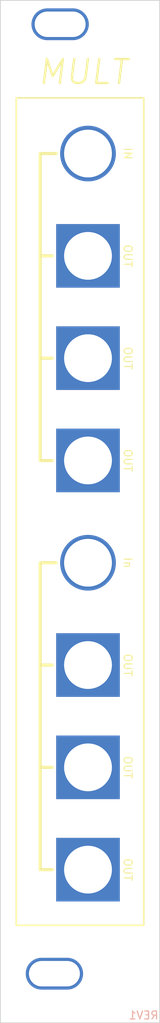
<source format=kicad_pcb>
(kicad_pcb (version 20211014) (generator pcbnew)
  (title_block (title "Buffered Multiple Panel") (rev "1") (company "Northridge Synth"))
  (layers (0 "F.Cu" signal) (31 "B.Cu" signal) (34 "B.Paste" user) (35 "F.Paste" user) (36 "B.SilkS" user "B.Silkscreen") (37 "F.SilkS" user "F.Silkscreen") (38 "B.Mask" user) (39 "F.Mask" user) (44 "Edge.Cuts" user))
  (net 0 "")
  (footprint "Eurorack_Panel_Designs:3.5MM_Jack_Panel_Input_Plated" (layer "F.Cu") (at 151 110.678 -90)
    (fp_text reference "In" (at 0 -5 -90 unlocked) (layer "F.SilkS"))
    (fp_text value "3.5MM_Jack_Panel_Input_Plated" hide)
    (pad "" thru_hole circle (at 0 0 270) (size 7 7) (drill 6) (layers *.Cu *.Mask))
  )
  (footprint "Eurorack_Panel_Designs:Panel_Mounting_Hole_Oval" (layer "F.Cu") (at 147.5 43)
    (fp_text reference "REF**" hide)
    (fp_text value "Panel_Mounting_Hole_Oval" hide)
    (pad "" thru_hole oval (at 0 0) (size 7.2 4) (drill oval 6.4 3.2) (layers *.Cu *.Mask))
  )
  (footprint "Eurorack_Panel_Designs:3.5MM_Jack_Panel_Output_Plated" (layer "F.Cu") (at 151 136.392 -90)
    (fp_text reference "OUT" (at 0 -5 -90 unlocked) (layer "F.SilkS"))
    (fp_text value "3.5MM_Jack_Panel_Input_Plated" hide)
    (pad "" thru_hole rect (at 0 0 270) (size 8 8) (drill 6) (layers *.Cu *.Mask))
  )
  (footprint "Eurorack_Panel_Designs:Panel_Mounting_Hole_Oval" (layer "F.Cu") (at 146.7818 162.3264)
    (fp_text reference "REF**" hide)
    (fp_text value "Panel_Mounting_Hole_Oval" hide)
    (pad "" thru_hole oval (at 0 0) (size 7.2 4) (drill oval 6.4 3.2) (layers *.Cu *.Mask))
  )
  (footprint "Eurorack_Panel_Designs:3.5MM_Jack_Panel_Output_Plated" (layer "F.Cu") (at 151 97.821 -90)
    (fp_text reference "OUT" (at 0 -5 -90 unlocked) (layer "F.SilkS"))
    (fp_text value "3.5MM_Jack_Panel_Input_Plated" hide)
    (pad "" thru_hole rect (at 0 0 270) (size 8 8) (drill 6) (layers *.Cu *.Mask))
  )
  (footprint "Eurorack_Panel_Designs:3.5MM_Jack_Panel_Input_Plated" (layer "F.Cu") (at 151 59.25 -90)
    (fp_text reference "IN" (at 0 -5 -90 unlocked) (layer "F.SilkS"))
    (fp_text value "3.5MM_Jack_Panel_Output_Plated" hide)
    (pad "" thru_hole circle locked (at 0 0 270) (size 7 7) (drill 6) (layers *.Cu *.Mask))
  )
  (footprint "Eurorack_Panel_Designs:3.5MM_Jack_Panel_Output_Plated" (layer "F.Cu") (at 151 72.107 -90)
    (fp_text reference "OUT" (at 0 -5 -90 unlocked) (layer "F.SilkS"))
    (fp_text value "3.5MM_Jack_Panel_Input_Plated" hide)
    (pad "" thru_hole rect (at 0 0 270) (size 8 8) (drill 6) (layers *.Cu *.Mask))
  )
  (footprint "Eurorack_Panel_Designs:3.5MM_Jack_Panel_Output_Plated" (layer "F.Cu") (at 151 84.964 -90)
    (fp_text reference "OUT" (at 0 -5 -90 unlocked) (layer "F.SilkS"))
    (fp_text value "3.5MM_Jack_Panel_Input_Plated" hide)
    (pad "" thru_hole rect (at 0 0 270) (size 8 8) (drill 6) (layers *.Cu *.Mask))
  )
  (footprint "Eurorack_Panel_Designs:3.5MM_Jack_Panel_Output_Plated" (layer "F.Cu") (at 151 149.249 -90)
    (fp_text reference "OUT" (at 0 -5 -90 unlocked) (layer "F.SilkS"))
    (fp_text value "3.5MM_Jack_Panel_Input_Plated" hide)
    (pad "" thru_hole rect (at 0 0 270) (size 8 8) (drill 6) (layers *.Cu *.Mask))
  )
  (footprint "Eurorack_Panel_Designs:3.5MM_Jack_Panel_Output_Plated" (layer "F.Cu") (at 151 123.535 -90)
    (fp_text reference "OUT" (at 0 -5 -90 unlocked) (layer "F.SilkS"))
    (fp_text value "3.5MM_Jack_Panel_Input_Plated" hide)
    (pad "" thru_hole rect (at 0 0 270) (size 8 8) (drill 6) (layers *.Cu *.Mask))
  )
  (gr_line (start 145 110.678) (end 145 123.535) (layer "F.SilkS") (width 0.4))
  (gr_line (start 145 136.392) (end 146.5 136.392) (layer "F.SilkS") (width 0.4))
  (gr_line (start 145 97.8358) (end 146.5 97.8358) (layer "F.SilkS") (width 0.4))
  (gr_rect (start 142 52.25) (end 158 156.25) (layer "F.SilkS") (width 0.2) (fill none))
  (gr_line (start 147 59.25) (end 145 59.25) (layer "F.SilkS") (width 0.4))
  (gr_line (start 145 72.0107) (end 145 84.964) (layer "F.SilkS") (width 0.4))
  (gr_line (start 145 149.249) (end 146.5 149.249) (layer "F.SilkS") (width 0.4))
  (gr_line (start 145 84.964) (end 146.5 84.964) (layer "F.SilkS") (width 0.4))
  (gr_line (start 147 110.678) (end 145 110.678) (layer "F.SilkS") (width 0.4))
  (gr_line (start 145 136.1129) (end 145 149.249) (layer "F.SilkS") (width 0.4))
  (gr_line (start 145 72.107) (end 146.5 72.107) (layer "F.SilkS") (width 0.4))
  (gr_line (start 145 59.25) (end 145 72.107) (layer "F.SilkS") (width 0.4))
  (gr_line (start 145 123.535) (end 145 136.392) (layer "F.SilkS") (width 0.4))
  (gr_line (start 145 123.535) (end 146.5 123.535) (layer "F.SilkS") (width 0.4))
  (gr_line (start 145 84.964) (end 145 97.821) (layer "F.SilkS") (width 0.4))
  (gr_rect locked (start 140 40) (end 160 168.5) (layer "Edge.Cuts") (width 0.1) (fill none))
  (gr_text "REV1" (at 157.9832 167.5588) (layer "B.SilkS") (effects (font (size 1 1)) (justify mirror)))
  (gr_text "MULT" (at 150.411428 49) (layer "F.SilkS") (effects (font (size 3 3) (thickness 0.3) italic)))
)
</source>
